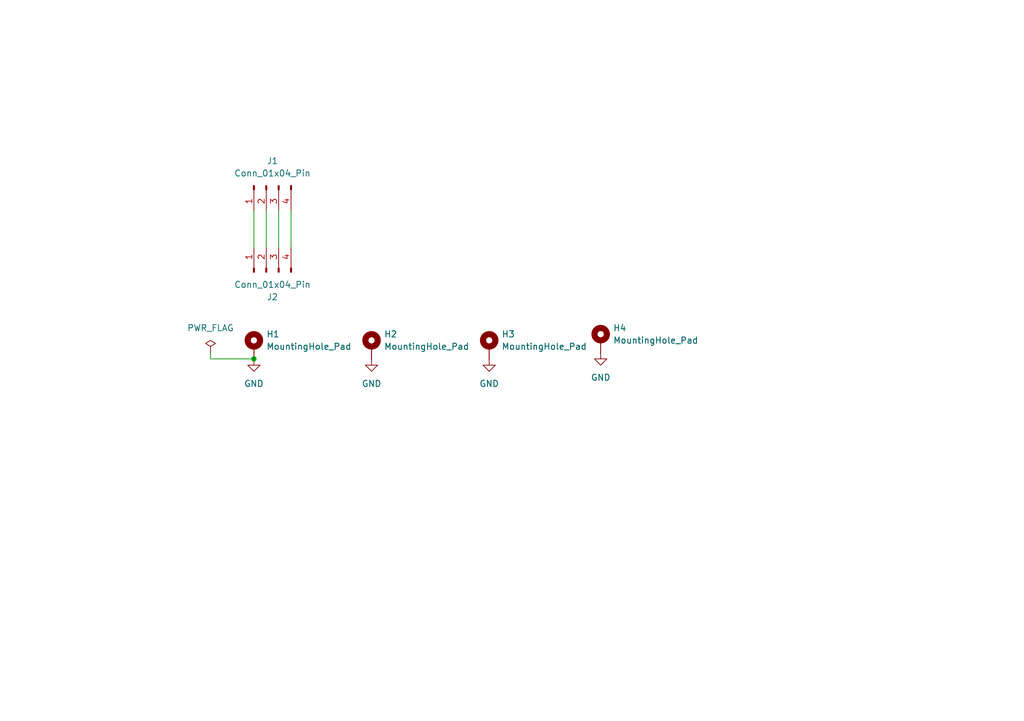
<source format=kicad_sch>
(kicad_sch (version 20250114) (generator "eeschema") (generator_version "9.0")
  (paper "A5")
  (title_block (title "pcb connector led tape") (rev "00"))
  (lib_symbols
    (symbol "Connector:Conn_01x04_Pin" (pin_names (offset 1.016) (hide yes))
      (property "Reference" "J" (at 0 5.08 0))
      (property "Value" "Conn_01x04_Pin" (at 0 -7.62 0))
      (symbol "Conn_01x04_Pin_1_1"
        (rectangle (start 0.8636 2.667) (end 0 2.413) (stroke (width 0.1524)) (fill (type outline)))
        (rectangle (start 0.8636 0.127) (end 0 -0.127) (stroke (width 0.1524)) (fill (type outline)))
        (rectangle (start 0.8636 -2.413) (end 0 -2.667) (stroke (width 0.1524)) (fill (type outline)))
        (rectangle (start 0.8636 -4.953) (end 0 -5.207) (stroke (width 0.1524)) (fill (type outline)))
        (polyline (pts (xy 1.27 2.54) (xy 0.8636 2.54)) (stroke (width 0.1524)))
        (polyline (pts (xy 1.27 0) (xy 0.8636 0)) (stroke (width 0.1524)))
        (polyline (pts (xy 1.27 -2.54) (xy 0.8636 -2.54)) (stroke (width 0.1524)))
        (polyline (pts (xy 1.27 -5.08) (xy 0.8636 -5.08)) (stroke (width 0.1524)))
        (pin passive line (at 5.08 2.54 180) (length 3.81) (name "Pin_1") (number "1"))
        (pin passive line (at 5.08 0 180) (length 3.81) (name "Pin_2") (number "2"))
        (pin passive line (at 5.08 -2.54 180) (length 3.81) (name "Pin_3") (number "3"))
        (pin passive line (at 5.08 -5.08 180) (length 3.81) (name "Pin_4") (number "4"))
      )
    )
    (symbol "Mechanical:MountingHole_Pad" (pin_numbers (hide yes)) (pin_names (offset 1.016) (hide yes)) (exclude_from_sim yes) (in_bom no)
      (property "Reference" "H" (at 0 6.35 0))
      (property "Value" "MountingHole_Pad" (at 0 4.445 0))
      (symbol "MountingHole_Pad_0_1"
        (circle (center 0 1.27) (radius 1.27) (stroke (width 1.27)))
      )
      (symbol "MountingHole_Pad_1_1"
        (pin input line (at 0 -2.54 90) (length 2.54) (name "1") (number "1"))
      )
    )
    (symbol "power:GND" (power) (pin_numbers (hide yes)) (pin_names (offset 0) (hide yes))
      (property "Value" "GND" (at 0 -3.81 0))
      (symbol "GND_0_1"
        (polyline (pts (xy 0 0) (xy 0 -1.27) (xy 1.27 -1.27) (xy 0 -2.54) (xy -1.27 -1.27) (xy 0 -1.27)))
      )
      (symbol "GND_1_1"
        (pin power_in line (at 0 0 270) (length 0) (name "~") (number "1"))
      )
    )
    (symbol "power:PWR_FLAG" (power) (pin_numbers (hide yes)) (pin_names (offset 0) (hide yes))
      (property "Value" "PWR_FLAG" (at 0 3.81 0))
      (symbol "PWR_FLAG_0_0"
        (pin power_out line (at 0 0 90) (length 0) (name "~") (number "1"))
      )
      (symbol "PWR_FLAG_0_1"
        (polyline (pts (xy 0 0) (xy 0 1.27) (xy -1.016 1.905) (xy 0 2.54) (xy 1.016 1.905) (xy 0 1.27)))
      )
    )
  )
  (junction (at 52.07 73.66))
  (wire (pts (xy 43.18 73.66) (xy 52.07 73.66)))
  (wire (pts (xy 43.18 72.39) (xy 43.18 73.66)))
  (wire (pts (xy 57.15 43.18) (xy 57.15 50.8)))
  (wire (pts (xy 52.07 43.18) (xy 52.07 50.8)))
  (wire (pts (xy 59.69 43.18) (xy 59.69 50.8)))
  (wire (pts (xy 54.61 43.18) (xy 54.61 50.8)))
  (symbol (lib_id "Mechanical:MountingHole_Pad") (at 76.2 71.12 0) (unit 1) (exclude_from_sim yes) (in_bom no)
    (property "Reference" "H2" (at 78.74 68.5799 0) (effects (justify left)))
    (property "Value" "MountingHole_Pad" (at 78.74 71.1199 0) (effects (justify left)))
    (property "Footprint" "custom_M3_pad_library:MountingHole_3.2mm_M3_PAD_for_spacer" (effects (hide yes)))
    (property "Description" "Mounting Hole with connection" (effects (hide yes)))
  )
  (symbol (lib_id "Mechanical:MountingHole_Pad") (at 123.19 69.85 0) (unit 1) (exclude_from_sim yes) (in_bom no)
    (property "Reference" "H4" (at 125.73 67.3099 0) (effects (justify left)))
    (property "Value" "MountingHole_Pad" (at 125.73 69.8499 0) (effects (justify left)))
    (property "Footprint" "custom_M3_pad_library:MountingHole_3.2mm_M3_PAD_for_spacer" (effects (hide yes)))
    (property "Description" "Mounting Hole with connection" (effects (hide yes)))
  )
  (symbol (lib_id "power:GND") (at 76.2 73.66 0) (unit 1)
    (property "Reference" "#PWR02" (effects (hide yes)))
    (property "Value" "GND" (at 76.2 78.74 0))
    (property "Description" "Power symbol creates a global label with name \"GND\" , ground" (effects (hide yes)))
  )
  (symbol (lib_id "Mechanical:MountingHole_Pad") (at 100.33 71.12 0) (unit 1) (exclude_from_sim yes) (in_bom no)
    (property "Reference" "H3" (at 102.87 68.5799 0) (effects (justify left)))
    (property "Value" "MountingHole_Pad" (at 102.87 71.1199 0) (effects (justify left)))
    (property "Footprint" "custom_M3_pad_library:MountingHole_3.2mm_M3_PAD_for_spacer" (effects (hide yes)))
    (property "Description" "Mounting Hole with connection" (effects (hide yes)))
  )
  (symbol (lib_id "Mechanical:MountingHole_Pad") (at 52.07 71.12 0) (unit 1) (exclude_from_sim yes) (in_bom no)
    (property "Reference" "H1" (at 54.61 68.5799 0) (effects (justify left)))
    (property "Value" "MountingHole_Pad" (at 54.61 71.1199 0) (effects (justify left)))
    (property "Footprint" "custom_M3_pad_library:MountingHole_3.2mm_M3_PAD_for_spacer" (effects (hide yes)))
    (property "Description" "Mounting Hole with connection" (effects (hide yes)))
  )
  (symbol (lib_id "power:GND") (at 100.33 73.66 0) (unit 1)
    (property "Reference" "#PWR03" (effects (hide yes)))
    (property "Value" "GND" (at 100.33 78.74 0))
    (property "Description" "Power symbol creates a global label with name \"GND\" , ground" (effects (hide yes)))
  )
  (symbol (lib_id "power:GND") (at 52.07 73.66 0) (unit 1)
    (property "Reference" "#PWR01" (effects (hide yes)))
    (property "Value" "GND" (at 52.07 78.74 0))
    (property "Description" "Power symbol creates a global label with name \"GND\" , ground" (effects (hide yes)))
  )
  (symbol (lib_id "Connector:Conn_01x04_Pin") (at 54.61 38.1 90) (mirror x) (unit 1)
    (property "Reference" "J1" (at 55.88 33.02 90))
    (property "Value" "Conn_01x04_Pin" (at 55.88 35.56 90))
    (property "Footprint" "Connector_PinHeader_2.00mm:PinHeader_1x04_P2.00mm_Vertical" (effects (hide yes)))
    (property "Description" "Generic connector, single row, 01x04, script generated" (effects (hide yes)))
  )
  (symbol (lib_id "power:PWR_FLAG") (at 43.18 72.39 0) (unit 1)
    (property "Reference" "#FLG01" (effects (hide yes)))
    (property "Value" "PWR_FLAG" (at 43.18 67.31 0))
    (property "Description" "Special symbol for telling ERC where power comes from" (effects (hide yes)))
  )
  (symbol (lib_id "power:GND") (at 123.19 72.39 0) (unit 1)
    (property "Reference" "#PWR04" (effects (hide yes)))
    (property "Value" "GND" (at 123.19 77.47 0))
    (property "Description" "Power symbol creates a global label with name \"GND\" , ground" (effects (hide yes)))
  )
  (symbol (lib_id "Connector:Conn_01x04_Pin") (at 54.61 55.88 90) (unit 1)
    (property "Reference" "J2" (at 55.88 60.96 90))
    (property "Value" "Conn_01x04_Pin" (at 55.88 58.42 90))
    (property "Footprint" "Connector_PinHeader_2.00mm:PinHeader_1x04_P2.00mm_Vertical" (effects (hide yes)))
    (property "Description" "Generic connector, single row, 01x04, script generated" (effects (hide yes)))
  )
)
</source>
